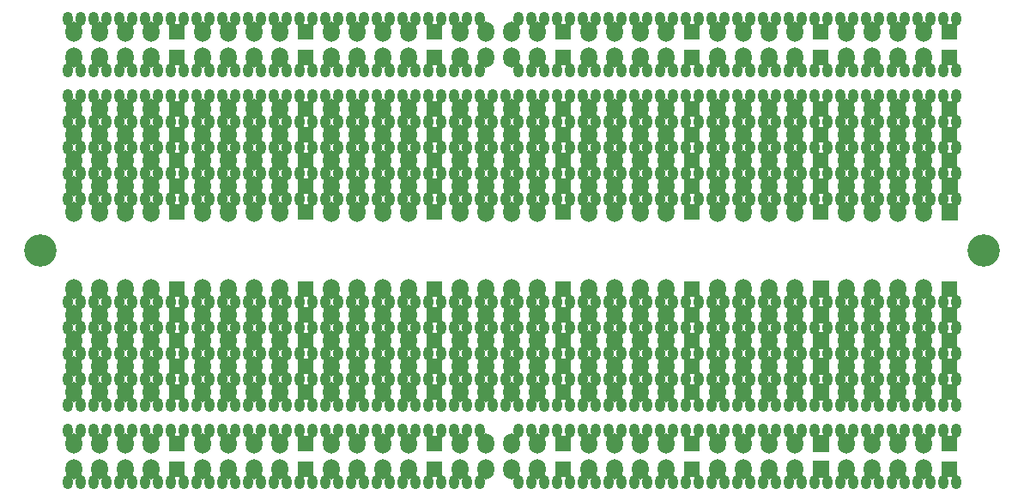
<source format=gbs>
%FSLAX34Y34*%
G04 Gerber Fmt 3.4, Leading zero omitted, Abs format*
G04 (created by PCBNEW (2014-06-12 BZR 4942)-product) date Sat 14 Jun 2014 04:59:07 AM CEST*
%MOIN*%
G01*
G70*
G90*
G04 APERTURE LIST*
%ADD10C,0.005906*%
%ADD11O,0.039370X0.055118*%
%ADD12O,0.064961X0.078740*%
%ADD13R,0.064961X0.064961*%
%ADD14C,0.125984*%
G04 APERTURE END LIST*
G54D10*
G54D11*
X26500Y-44000D03*
X28000Y-44000D03*
X28500Y-44000D03*
X29000Y-44000D03*
X29500Y-44000D03*
X30000Y-44000D03*
X26500Y-42000D03*
X28000Y-42000D03*
X28500Y-42000D03*
X29000Y-42000D03*
X29500Y-42000D03*
X30000Y-42000D03*
X26500Y-28000D03*
X28000Y-28000D03*
X28500Y-28000D03*
X29000Y-28000D03*
X29500Y-28000D03*
X30000Y-28000D03*
X26500Y-26000D03*
X28000Y-26000D03*
X28500Y-26000D03*
X29000Y-26000D03*
X29500Y-26000D03*
X30000Y-26000D03*
G54D12*
X10750Y-33500D03*
X11750Y-33500D03*
X12750Y-33500D03*
X13750Y-33500D03*
G54D13*
X14750Y-33500D03*
G54D12*
X15750Y-33500D03*
X16750Y-33500D03*
X17750Y-33500D03*
G54D14*
X46062Y-35000D03*
X9448Y-35000D03*
G54D11*
X26500Y-32000D03*
X27000Y-32000D03*
X27500Y-32000D03*
X28000Y-32000D03*
X28500Y-32000D03*
X29000Y-32000D03*
X29500Y-32000D03*
X30000Y-32000D03*
G54D13*
X34750Y-38500D03*
G54D12*
X35750Y-38500D03*
X36750Y-38500D03*
X37750Y-38500D03*
X38750Y-38500D03*
G54D10*
G36*
X39425Y-38824D02*
X39425Y-38175D01*
X40074Y-38175D01*
X40074Y-38824D01*
X39425Y-38824D01*
X39425Y-38824D01*
G37*
G54D12*
X40750Y-38500D03*
X41750Y-38500D03*
X26750Y-38500D03*
X27750Y-38500D03*
X28750Y-38500D03*
G54D13*
X29750Y-38500D03*
G54D12*
X30750Y-38500D03*
X31750Y-38500D03*
X32750Y-38500D03*
X33750Y-38500D03*
X10750Y-40500D03*
X11750Y-40500D03*
X12750Y-40500D03*
X13750Y-40500D03*
G54D13*
X14750Y-40500D03*
G54D12*
X15750Y-40500D03*
X16750Y-40500D03*
X17750Y-40500D03*
G54D13*
X34750Y-31500D03*
G54D12*
X35750Y-31500D03*
X36750Y-31500D03*
X37750Y-31500D03*
X38750Y-31500D03*
G54D13*
X39750Y-31500D03*
G54D12*
X40750Y-31500D03*
X41750Y-31500D03*
X26750Y-30500D03*
X27750Y-30500D03*
X28750Y-30500D03*
G54D13*
X29750Y-30500D03*
G54D12*
X30750Y-30500D03*
X31750Y-30500D03*
X32750Y-30500D03*
X33750Y-30500D03*
X18750Y-30500D03*
G54D13*
X19750Y-30500D03*
G54D12*
X20750Y-30500D03*
X21750Y-30500D03*
X22750Y-30500D03*
X23750Y-30500D03*
G54D13*
X24750Y-30500D03*
G54D12*
X25750Y-30500D03*
X42750Y-32500D03*
X43750Y-32500D03*
G54D10*
G36*
X44425Y-32824D02*
X44425Y-32175D01*
X45074Y-32175D01*
X45074Y-32824D01*
X44425Y-32824D01*
X44425Y-32824D01*
G37*
G54D12*
X42750Y-31500D03*
X43750Y-31500D03*
G54D13*
X44750Y-31500D03*
G54D12*
X42750Y-30500D03*
X43750Y-30500D03*
G54D13*
X44750Y-30500D03*
G54D12*
X42750Y-29500D03*
X43750Y-29500D03*
G54D13*
X44750Y-29500D03*
G54D12*
X42750Y-27500D03*
X43750Y-27500D03*
G54D13*
X44750Y-27500D03*
G54D12*
X42750Y-26500D03*
X43750Y-26500D03*
G54D13*
X44750Y-26500D03*
G54D12*
X42750Y-33500D03*
X43750Y-33500D03*
G54D10*
G36*
X44425Y-33824D02*
X44425Y-33175D01*
X45074Y-33175D01*
X45074Y-33824D01*
X44425Y-33824D01*
X44425Y-33824D01*
G37*
G54D12*
X42750Y-40500D03*
X43750Y-40500D03*
G54D13*
X44750Y-40500D03*
G54D12*
X42750Y-39500D03*
X43750Y-39500D03*
G54D13*
X44750Y-39500D03*
G54D12*
X42750Y-38500D03*
X43750Y-38500D03*
G54D13*
X44750Y-38500D03*
G54D12*
X42750Y-37500D03*
X43750Y-37500D03*
G54D13*
X44750Y-37500D03*
G54D12*
X42750Y-36500D03*
X43750Y-36500D03*
G54D13*
X44750Y-36500D03*
G54D12*
X42750Y-43500D03*
X43750Y-43500D03*
G54D13*
X44750Y-43500D03*
G54D12*
X42750Y-42500D03*
X43750Y-42500D03*
G54D13*
X44750Y-42500D03*
G54D11*
X42500Y-26000D03*
X43000Y-26000D03*
X43500Y-26000D03*
X44000Y-26000D03*
X44500Y-26000D03*
X45000Y-26000D03*
X42500Y-28000D03*
X43000Y-28000D03*
X43500Y-28000D03*
X44000Y-28000D03*
X44500Y-28000D03*
X45000Y-28000D03*
X42500Y-29000D03*
X43000Y-29000D03*
X43500Y-29000D03*
X44000Y-29000D03*
X44500Y-29000D03*
X45000Y-29000D03*
X42500Y-30000D03*
X43000Y-30000D03*
X43500Y-30000D03*
X44000Y-30000D03*
X44500Y-30000D03*
X45000Y-30000D03*
X42500Y-31000D03*
X43000Y-31000D03*
X43500Y-31000D03*
X44000Y-31000D03*
X44500Y-31000D03*
X45000Y-31000D03*
X42500Y-32000D03*
X43000Y-32000D03*
X43500Y-32000D03*
X44000Y-32000D03*
X44500Y-32000D03*
X45000Y-32000D03*
X42500Y-33000D03*
X43000Y-33000D03*
X43500Y-33000D03*
X44000Y-33000D03*
X44500Y-33000D03*
X45000Y-33000D03*
X42500Y-44000D03*
X43000Y-44000D03*
X43500Y-44000D03*
X44000Y-44000D03*
X44500Y-44000D03*
X45000Y-44000D03*
X42500Y-42000D03*
X43000Y-42000D03*
X43500Y-42000D03*
X44000Y-42000D03*
X44500Y-42000D03*
X45000Y-42000D03*
X42500Y-41000D03*
X43000Y-41000D03*
X43500Y-41000D03*
X44000Y-41000D03*
X44500Y-41000D03*
X45000Y-41000D03*
X42500Y-40000D03*
X43000Y-40000D03*
X43500Y-40000D03*
X44000Y-40000D03*
X44500Y-40000D03*
X45000Y-40000D03*
X42500Y-39000D03*
X43000Y-39000D03*
X43500Y-39000D03*
X44000Y-39000D03*
X44500Y-39000D03*
X45000Y-39000D03*
X42500Y-38000D03*
X43000Y-38000D03*
X43500Y-38000D03*
X44000Y-38000D03*
X44500Y-38000D03*
X45000Y-38000D03*
X42500Y-37000D03*
X43000Y-37000D03*
X43500Y-37000D03*
X44000Y-37000D03*
X44500Y-37000D03*
X45000Y-37000D03*
X30500Y-29000D03*
X31000Y-29000D03*
X31500Y-29000D03*
X32000Y-29000D03*
X32500Y-29000D03*
X33000Y-29000D03*
X33500Y-29000D03*
X34000Y-29000D03*
G54D12*
X26750Y-33500D03*
X27750Y-33500D03*
X28750Y-33500D03*
G54D13*
X29750Y-33500D03*
G54D12*
X30750Y-33500D03*
X31750Y-33500D03*
X32750Y-33500D03*
X33750Y-33500D03*
X26750Y-29500D03*
X27750Y-29500D03*
X28750Y-29500D03*
G54D13*
X29750Y-29500D03*
G54D12*
X30750Y-29500D03*
X31750Y-29500D03*
X32750Y-29500D03*
X33750Y-29500D03*
X26750Y-31500D03*
X27750Y-31500D03*
X28750Y-31500D03*
G54D13*
X29750Y-31500D03*
G54D12*
X30750Y-31500D03*
X31750Y-31500D03*
X32750Y-31500D03*
X33750Y-31500D03*
X26750Y-32500D03*
X27750Y-32500D03*
X28750Y-32500D03*
G54D13*
X29750Y-32500D03*
G54D12*
X30750Y-32500D03*
X31750Y-32500D03*
X32750Y-32500D03*
X33750Y-32500D03*
X26750Y-36500D03*
X27750Y-36500D03*
X28750Y-36500D03*
G54D13*
X29750Y-36500D03*
G54D12*
X30750Y-36500D03*
X31750Y-36500D03*
X32750Y-36500D03*
X33750Y-36500D03*
X26750Y-40500D03*
X27750Y-40500D03*
X28750Y-40500D03*
G54D13*
X29750Y-40500D03*
G54D12*
X30750Y-40500D03*
X31750Y-40500D03*
X32750Y-40500D03*
X33750Y-40500D03*
X26750Y-39500D03*
X27750Y-39500D03*
X28750Y-39500D03*
G54D13*
X29750Y-39500D03*
G54D12*
X30750Y-39500D03*
X31750Y-39500D03*
X32750Y-39500D03*
X33750Y-39500D03*
X26750Y-37500D03*
X27750Y-37500D03*
X28750Y-37500D03*
G54D13*
X29750Y-37500D03*
G54D12*
X30750Y-37500D03*
X31750Y-37500D03*
X32750Y-37500D03*
X33750Y-37500D03*
G54D11*
X26500Y-29000D03*
X27000Y-29000D03*
X27500Y-29000D03*
X28000Y-29000D03*
X28500Y-29000D03*
X29000Y-29000D03*
X29500Y-29000D03*
X30000Y-29000D03*
X26500Y-30000D03*
X27000Y-30000D03*
X27500Y-30000D03*
X28000Y-30000D03*
X28500Y-30000D03*
X29000Y-30000D03*
X29500Y-30000D03*
X30000Y-30000D03*
X26500Y-31000D03*
X27000Y-31000D03*
X27500Y-31000D03*
X28000Y-31000D03*
X28500Y-31000D03*
X29000Y-31000D03*
X29500Y-31000D03*
X30000Y-31000D03*
X26500Y-33000D03*
X27000Y-33000D03*
X27500Y-33000D03*
X28000Y-33000D03*
X28500Y-33000D03*
X29000Y-33000D03*
X29500Y-33000D03*
X30000Y-33000D03*
X26500Y-37000D03*
X27000Y-37000D03*
X27500Y-37000D03*
X28000Y-37000D03*
X28500Y-37000D03*
X29000Y-37000D03*
X29500Y-37000D03*
X30000Y-37000D03*
X26500Y-38000D03*
X27000Y-38000D03*
X27500Y-38000D03*
X28000Y-38000D03*
X28500Y-38000D03*
X29000Y-38000D03*
X29500Y-38000D03*
X30000Y-38000D03*
X26500Y-39000D03*
X27000Y-39000D03*
X27500Y-39000D03*
X28000Y-39000D03*
X28500Y-39000D03*
X29000Y-39000D03*
X29500Y-39000D03*
X30000Y-39000D03*
X26500Y-40000D03*
X27000Y-40000D03*
X27500Y-40000D03*
X28000Y-40000D03*
X28500Y-40000D03*
X29000Y-40000D03*
X29500Y-40000D03*
X30000Y-40000D03*
X26500Y-41000D03*
X27000Y-41000D03*
X27500Y-41000D03*
X28000Y-41000D03*
X28500Y-41000D03*
X29000Y-41000D03*
X29500Y-41000D03*
X30000Y-41000D03*
X30500Y-30000D03*
X31000Y-30000D03*
X31500Y-30000D03*
X32000Y-30000D03*
X32500Y-30000D03*
X33000Y-30000D03*
X33500Y-30000D03*
X34000Y-30000D03*
X30500Y-31000D03*
X31000Y-31000D03*
X31500Y-31000D03*
X32000Y-31000D03*
X32500Y-31000D03*
X33000Y-31000D03*
X33500Y-31000D03*
X34000Y-31000D03*
X30500Y-32000D03*
X31000Y-32000D03*
X31500Y-32000D03*
X32000Y-32000D03*
X32500Y-32000D03*
X33000Y-32000D03*
X33500Y-32000D03*
X34000Y-32000D03*
X30500Y-33000D03*
X31000Y-33000D03*
X31500Y-33000D03*
X32000Y-33000D03*
X32500Y-33000D03*
X33000Y-33000D03*
X33500Y-33000D03*
X34000Y-33000D03*
X30500Y-41000D03*
X31000Y-41000D03*
X31500Y-41000D03*
X32000Y-41000D03*
X32500Y-41000D03*
X33000Y-41000D03*
X33500Y-41000D03*
X34000Y-41000D03*
X30500Y-40000D03*
X31000Y-40000D03*
X31500Y-40000D03*
X32000Y-40000D03*
X32500Y-40000D03*
X33000Y-40000D03*
X33500Y-40000D03*
X34000Y-40000D03*
X30500Y-39000D03*
X31000Y-39000D03*
X31500Y-39000D03*
X32000Y-39000D03*
X32500Y-39000D03*
X33000Y-39000D03*
X33500Y-39000D03*
X34000Y-39000D03*
X30500Y-38000D03*
X31000Y-38000D03*
X31500Y-38000D03*
X32000Y-38000D03*
X32500Y-38000D03*
X33000Y-38000D03*
X33500Y-38000D03*
X34000Y-38000D03*
X30500Y-37000D03*
X31000Y-37000D03*
X31500Y-37000D03*
X32000Y-37000D03*
X32500Y-37000D03*
X33000Y-37000D03*
X33500Y-37000D03*
X34000Y-37000D03*
X30500Y-42000D03*
X31000Y-42000D03*
X31500Y-42000D03*
X32000Y-42000D03*
X32500Y-42000D03*
X33000Y-42000D03*
X33500Y-42000D03*
X34000Y-42000D03*
G54D12*
X26750Y-42500D03*
X27750Y-42500D03*
X28750Y-42500D03*
G54D13*
X29750Y-42500D03*
G54D12*
X30750Y-42500D03*
X31750Y-42500D03*
X32750Y-42500D03*
X33750Y-42500D03*
X26750Y-43500D03*
X27750Y-43500D03*
X28750Y-43500D03*
G54D13*
X29750Y-43500D03*
G54D12*
X30750Y-43500D03*
X31750Y-43500D03*
X32750Y-43500D03*
X33750Y-43500D03*
G54D11*
X30500Y-44000D03*
X31000Y-44000D03*
X31500Y-44000D03*
X32000Y-44000D03*
X32500Y-44000D03*
X33000Y-44000D03*
X33500Y-44000D03*
X34000Y-44000D03*
X30500Y-28000D03*
X31000Y-28000D03*
X31500Y-28000D03*
X32000Y-28000D03*
X32500Y-28000D03*
X33000Y-28000D03*
X33500Y-28000D03*
X34000Y-28000D03*
G54D12*
X26750Y-27500D03*
X27750Y-27500D03*
X28750Y-27500D03*
G54D13*
X29750Y-27500D03*
G54D12*
X30750Y-27500D03*
X31750Y-27500D03*
X32750Y-27500D03*
X33750Y-27500D03*
X26750Y-26500D03*
X27750Y-26500D03*
X28750Y-26500D03*
G54D13*
X29750Y-26500D03*
G54D12*
X30750Y-26500D03*
X31750Y-26500D03*
X32750Y-26500D03*
X33750Y-26500D03*
G54D11*
X30500Y-26000D03*
X31000Y-26000D03*
X31500Y-26000D03*
X32000Y-26000D03*
X32500Y-26000D03*
X33000Y-26000D03*
X33500Y-26000D03*
X34000Y-26000D03*
X34500Y-26000D03*
X35000Y-26000D03*
X35500Y-26000D03*
X36000Y-26000D03*
X36500Y-26000D03*
X37000Y-26000D03*
X37500Y-26000D03*
X38000Y-26000D03*
X38500Y-26000D03*
X39000Y-26000D03*
X39500Y-26000D03*
X40000Y-26000D03*
X40500Y-26000D03*
X41000Y-26000D03*
X41500Y-26000D03*
X42000Y-26000D03*
G54D13*
X34750Y-26500D03*
G54D12*
X35750Y-26500D03*
X36750Y-26500D03*
X37750Y-26500D03*
X38750Y-26500D03*
G54D13*
X39750Y-26500D03*
G54D12*
X40750Y-26500D03*
X41750Y-26500D03*
G54D13*
X34750Y-27500D03*
G54D12*
X35750Y-27500D03*
X36750Y-27500D03*
X37750Y-27500D03*
X38750Y-27500D03*
G54D13*
X39750Y-27500D03*
G54D12*
X40750Y-27500D03*
X41750Y-27500D03*
G54D11*
X38500Y-28000D03*
X39000Y-28000D03*
X39500Y-28000D03*
X40000Y-28000D03*
X40500Y-28000D03*
X41000Y-28000D03*
X41500Y-28000D03*
X42000Y-28000D03*
X34500Y-28000D03*
X35000Y-28000D03*
X35500Y-28000D03*
X36000Y-28000D03*
X36500Y-28000D03*
X37000Y-28000D03*
X37500Y-28000D03*
X38000Y-28000D03*
X34500Y-44000D03*
X35000Y-44000D03*
X35500Y-44000D03*
X36000Y-44000D03*
X36500Y-44000D03*
X37000Y-44000D03*
X37500Y-44000D03*
X38000Y-44000D03*
X38500Y-44000D03*
X39000Y-44000D03*
X39500Y-44000D03*
X40000Y-44000D03*
X40500Y-44000D03*
X41000Y-44000D03*
X41500Y-44000D03*
X42000Y-44000D03*
G54D13*
X34750Y-43500D03*
G54D12*
X35750Y-43500D03*
X36750Y-43500D03*
X37750Y-43500D03*
X38750Y-43500D03*
G54D10*
G36*
X39425Y-43824D02*
X39425Y-43175D01*
X40074Y-43175D01*
X40074Y-43824D01*
X39425Y-43824D01*
X39425Y-43824D01*
G37*
G54D12*
X40750Y-43500D03*
X41750Y-43500D03*
G54D13*
X34750Y-42500D03*
G54D12*
X35750Y-42500D03*
X36750Y-42500D03*
X37750Y-42500D03*
X38750Y-42500D03*
G54D10*
G36*
X39425Y-42824D02*
X39425Y-42175D01*
X40074Y-42175D01*
X40074Y-42824D01*
X39425Y-42824D01*
X39425Y-42824D01*
G37*
G54D12*
X40750Y-42500D03*
X41750Y-42500D03*
G54D11*
X38500Y-42000D03*
X39000Y-42000D03*
X39500Y-42000D03*
X40000Y-42000D03*
X40500Y-42000D03*
X41000Y-42000D03*
X41500Y-42000D03*
X42000Y-42000D03*
X34500Y-42000D03*
X35000Y-42000D03*
X35500Y-42000D03*
X36000Y-42000D03*
X36500Y-42000D03*
X37000Y-42000D03*
X37500Y-42000D03*
X38000Y-42000D03*
X38500Y-37000D03*
X39000Y-37000D03*
X39500Y-37000D03*
X40000Y-37000D03*
X40500Y-37000D03*
X41000Y-37000D03*
X41500Y-37000D03*
X42000Y-37000D03*
X38500Y-38000D03*
X39000Y-38000D03*
X39500Y-38000D03*
X40000Y-38000D03*
X40500Y-38000D03*
X41000Y-38000D03*
X41500Y-38000D03*
X42000Y-38000D03*
X38500Y-39000D03*
X39000Y-39000D03*
X39500Y-39000D03*
X40000Y-39000D03*
X40500Y-39000D03*
X41000Y-39000D03*
X41500Y-39000D03*
X42000Y-39000D03*
X38500Y-40000D03*
X39000Y-40000D03*
X39500Y-40000D03*
X40000Y-40000D03*
X40500Y-40000D03*
X41000Y-40000D03*
X41500Y-40000D03*
X42000Y-40000D03*
X38500Y-41000D03*
X39000Y-41000D03*
X39500Y-41000D03*
X40000Y-41000D03*
X40500Y-41000D03*
X41000Y-41000D03*
X41500Y-41000D03*
X42000Y-41000D03*
X38500Y-33000D03*
X39000Y-33000D03*
X39500Y-33000D03*
X40000Y-33000D03*
X40500Y-33000D03*
X41000Y-33000D03*
X41500Y-33000D03*
X42000Y-33000D03*
X38500Y-32000D03*
X39000Y-32000D03*
X39500Y-32000D03*
X40000Y-32000D03*
X40500Y-32000D03*
X41000Y-32000D03*
X41500Y-32000D03*
X42000Y-32000D03*
X38500Y-31000D03*
X39000Y-31000D03*
X39500Y-31000D03*
X40000Y-31000D03*
X40500Y-31000D03*
X41000Y-31000D03*
X41500Y-31000D03*
X42000Y-31000D03*
X38500Y-30000D03*
X39000Y-30000D03*
X39500Y-30000D03*
X40000Y-30000D03*
X40500Y-30000D03*
X41000Y-30000D03*
X41500Y-30000D03*
X42000Y-30000D03*
X34500Y-41000D03*
X35000Y-41000D03*
X35500Y-41000D03*
X36000Y-41000D03*
X36500Y-41000D03*
X37000Y-41000D03*
X37500Y-41000D03*
X38000Y-41000D03*
X34500Y-40000D03*
X35000Y-40000D03*
X35500Y-40000D03*
X36000Y-40000D03*
X36500Y-40000D03*
X37000Y-40000D03*
X37500Y-40000D03*
X38000Y-40000D03*
X34500Y-39000D03*
X35000Y-39000D03*
X35500Y-39000D03*
X36000Y-39000D03*
X36500Y-39000D03*
X37000Y-39000D03*
X37500Y-39000D03*
X38000Y-39000D03*
X34500Y-38000D03*
X35000Y-38000D03*
X35500Y-38000D03*
X36000Y-38000D03*
X36500Y-38000D03*
X37000Y-38000D03*
X37500Y-38000D03*
X38000Y-38000D03*
X34500Y-37000D03*
X35000Y-37000D03*
X35500Y-37000D03*
X36000Y-37000D03*
X36500Y-37000D03*
X37000Y-37000D03*
X37500Y-37000D03*
X38000Y-37000D03*
X34500Y-33000D03*
X35000Y-33000D03*
X35500Y-33000D03*
X36000Y-33000D03*
X36500Y-33000D03*
X37000Y-33000D03*
X37500Y-33000D03*
X38000Y-33000D03*
X34500Y-32000D03*
X35000Y-32000D03*
X35500Y-32000D03*
X36000Y-32000D03*
X36500Y-32000D03*
X37000Y-32000D03*
X37500Y-32000D03*
X38000Y-32000D03*
X34500Y-31000D03*
X35000Y-31000D03*
X35500Y-31000D03*
X36000Y-31000D03*
X36500Y-31000D03*
X37000Y-31000D03*
X37500Y-31000D03*
X38000Y-31000D03*
X34500Y-30000D03*
X35000Y-30000D03*
X35500Y-30000D03*
X36000Y-30000D03*
X36500Y-30000D03*
X37000Y-30000D03*
X37500Y-30000D03*
X38000Y-30000D03*
X34500Y-29000D03*
X35000Y-29000D03*
X35500Y-29000D03*
X36000Y-29000D03*
X36500Y-29000D03*
X37000Y-29000D03*
X37500Y-29000D03*
X38000Y-29000D03*
G54D13*
X34750Y-37500D03*
G54D12*
X35750Y-37500D03*
X36750Y-37500D03*
X37750Y-37500D03*
X38750Y-37500D03*
G54D10*
G36*
X39425Y-37824D02*
X39425Y-37175D01*
X40074Y-37175D01*
X40074Y-37824D01*
X39425Y-37824D01*
X39425Y-37824D01*
G37*
G54D12*
X40750Y-37500D03*
X41750Y-37500D03*
G54D13*
X34750Y-39500D03*
G54D12*
X35750Y-39500D03*
X36750Y-39500D03*
X37750Y-39500D03*
X38750Y-39500D03*
G54D10*
G36*
X39425Y-39824D02*
X39425Y-39175D01*
X40074Y-39175D01*
X40074Y-39824D01*
X39425Y-39824D01*
X39425Y-39824D01*
G37*
G54D12*
X40750Y-39500D03*
X41750Y-39500D03*
G54D13*
X34750Y-40500D03*
G54D12*
X35750Y-40500D03*
X36750Y-40500D03*
X37750Y-40500D03*
X38750Y-40500D03*
G54D10*
G36*
X39425Y-40824D02*
X39425Y-40175D01*
X40074Y-40175D01*
X40074Y-40824D01*
X39425Y-40824D01*
X39425Y-40824D01*
G37*
G54D12*
X40750Y-40500D03*
X41750Y-40500D03*
G54D13*
X34750Y-36500D03*
G54D12*
X35750Y-36500D03*
X36750Y-36500D03*
X37750Y-36500D03*
X38750Y-36500D03*
G54D10*
G36*
X39425Y-36824D02*
X39425Y-36175D01*
X40074Y-36175D01*
X40074Y-36824D01*
X39425Y-36824D01*
X39425Y-36824D01*
G37*
G54D12*
X40750Y-36500D03*
X41750Y-36500D03*
G54D13*
X34750Y-32500D03*
G54D12*
X35750Y-32500D03*
X36750Y-32500D03*
X37750Y-32500D03*
X38750Y-32500D03*
G54D13*
X39750Y-32500D03*
G54D12*
X40750Y-32500D03*
X41750Y-32500D03*
G54D13*
X34750Y-30500D03*
G54D12*
X35750Y-30500D03*
X36750Y-30500D03*
X37750Y-30500D03*
X38750Y-30500D03*
G54D13*
X39750Y-30500D03*
G54D12*
X40750Y-30500D03*
X41750Y-30500D03*
G54D13*
X34750Y-29500D03*
G54D12*
X35750Y-29500D03*
X36750Y-29500D03*
X37750Y-29500D03*
X38750Y-29500D03*
G54D13*
X39750Y-29500D03*
G54D12*
X40750Y-29500D03*
X41750Y-29500D03*
G54D13*
X34750Y-33500D03*
G54D12*
X35750Y-33500D03*
X36750Y-33500D03*
X37750Y-33500D03*
X38750Y-33500D03*
G54D13*
X39750Y-33500D03*
G54D12*
X40750Y-33500D03*
X41750Y-33500D03*
G54D11*
X38500Y-29000D03*
X39000Y-29000D03*
X39500Y-29000D03*
X40000Y-29000D03*
X40500Y-29000D03*
X41000Y-29000D03*
X41500Y-29000D03*
X42000Y-29000D03*
X22500Y-29000D03*
X23000Y-29000D03*
X23500Y-29000D03*
X24000Y-29000D03*
X24500Y-29000D03*
X25000Y-29000D03*
X25500Y-29000D03*
X26000Y-29000D03*
G54D12*
X18750Y-33500D03*
G54D13*
X19750Y-33500D03*
G54D12*
X20750Y-33500D03*
X21750Y-33500D03*
X22750Y-33500D03*
X23750Y-33500D03*
G54D13*
X24750Y-33500D03*
G54D12*
X25750Y-33500D03*
X18750Y-29500D03*
G54D13*
X19750Y-29500D03*
G54D12*
X20750Y-29500D03*
X21750Y-29500D03*
X22750Y-29500D03*
X23750Y-29500D03*
G54D13*
X24750Y-29500D03*
G54D12*
X25750Y-29500D03*
X18750Y-31500D03*
G54D13*
X19750Y-31500D03*
G54D12*
X20750Y-31500D03*
X21750Y-31500D03*
X22750Y-31500D03*
X23750Y-31500D03*
G54D13*
X24750Y-31500D03*
G54D12*
X25750Y-31500D03*
X18750Y-32500D03*
G54D13*
X19750Y-32500D03*
G54D12*
X20750Y-32500D03*
X21750Y-32500D03*
X22750Y-32500D03*
X23750Y-32500D03*
G54D13*
X24750Y-32500D03*
G54D12*
X25750Y-32500D03*
X18750Y-36500D03*
G54D13*
X19750Y-36500D03*
G54D12*
X20750Y-36500D03*
X21750Y-36500D03*
X22750Y-36500D03*
X23750Y-36500D03*
G54D13*
X24750Y-36500D03*
G54D12*
X25750Y-36500D03*
X18750Y-40500D03*
G54D13*
X19750Y-40500D03*
G54D12*
X20750Y-40500D03*
X21750Y-40500D03*
X22750Y-40500D03*
X23750Y-40500D03*
G54D13*
X24750Y-40500D03*
G54D12*
X25750Y-40500D03*
X18750Y-39500D03*
G54D13*
X19750Y-39500D03*
G54D12*
X20750Y-39500D03*
X21750Y-39500D03*
X22750Y-39500D03*
X23750Y-39500D03*
G54D13*
X24750Y-39500D03*
G54D12*
X25750Y-39500D03*
X18750Y-38500D03*
G54D13*
X19750Y-38500D03*
G54D12*
X20750Y-38500D03*
X21750Y-38500D03*
X22750Y-38500D03*
X23750Y-38500D03*
G54D13*
X24750Y-38500D03*
G54D12*
X25750Y-38500D03*
X18750Y-37500D03*
G54D13*
X19750Y-37500D03*
G54D12*
X20750Y-37500D03*
X21750Y-37500D03*
X22750Y-37500D03*
X23750Y-37500D03*
G54D13*
X24750Y-37500D03*
G54D12*
X25750Y-37500D03*
G54D11*
X18500Y-29000D03*
X19000Y-29000D03*
X19500Y-29000D03*
X20000Y-29000D03*
X20500Y-29000D03*
X21000Y-29000D03*
X21500Y-29000D03*
X22000Y-29000D03*
X18500Y-30000D03*
X19000Y-30000D03*
X19500Y-30000D03*
X20000Y-30000D03*
X20500Y-30000D03*
X21000Y-30000D03*
X21500Y-30000D03*
X22000Y-30000D03*
X18500Y-31000D03*
X19000Y-31000D03*
X19500Y-31000D03*
X20000Y-31000D03*
X20500Y-31000D03*
X21000Y-31000D03*
X21500Y-31000D03*
X22000Y-31000D03*
X18500Y-32000D03*
X19000Y-32000D03*
X19500Y-32000D03*
X20000Y-32000D03*
X20500Y-32000D03*
X21000Y-32000D03*
X21500Y-32000D03*
X22000Y-32000D03*
X18500Y-33000D03*
X19000Y-33000D03*
X19500Y-33000D03*
X20000Y-33000D03*
X20500Y-33000D03*
X21000Y-33000D03*
X21500Y-33000D03*
X22000Y-33000D03*
X18500Y-37000D03*
X19000Y-37000D03*
X19500Y-37000D03*
X20000Y-37000D03*
X20500Y-37000D03*
X21000Y-37000D03*
X21500Y-37000D03*
X22000Y-37000D03*
X18500Y-38000D03*
X19000Y-38000D03*
X19500Y-38000D03*
X20000Y-38000D03*
X20500Y-38000D03*
X21000Y-38000D03*
X21500Y-38000D03*
X22000Y-38000D03*
X18500Y-39000D03*
X19000Y-39000D03*
X19500Y-39000D03*
X20000Y-39000D03*
X20500Y-39000D03*
X21000Y-39000D03*
X21500Y-39000D03*
X22000Y-39000D03*
X18500Y-40000D03*
X19000Y-40000D03*
X19500Y-40000D03*
X20000Y-40000D03*
X20500Y-40000D03*
X21000Y-40000D03*
X21500Y-40000D03*
X22000Y-40000D03*
X18500Y-41000D03*
X19000Y-41000D03*
X19500Y-41000D03*
X20000Y-41000D03*
X20500Y-41000D03*
X21000Y-41000D03*
X21500Y-41000D03*
X22000Y-41000D03*
X22500Y-30000D03*
X23000Y-30000D03*
X23500Y-30000D03*
X24000Y-30000D03*
X24500Y-30000D03*
X25000Y-30000D03*
X25500Y-30000D03*
X26000Y-30000D03*
X22500Y-31000D03*
X23000Y-31000D03*
X23500Y-31000D03*
X24000Y-31000D03*
X24500Y-31000D03*
X25000Y-31000D03*
X25500Y-31000D03*
X26000Y-31000D03*
X22500Y-32000D03*
X23000Y-32000D03*
X23500Y-32000D03*
X24000Y-32000D03*
X24500Y-32000D03*
X25000Y-32000D03*
X25500Y-32000D03*
X26000Y-32000D03*
X22500Y-33000D03*
X23000Y-33000D03*
X23500Y-33000D03*
X24000Y-33000D03*
X24500Y-33000D03*
X25000Y-33000D03*
X25500Y-33000D03*
X26000Y-33000D03*
X22500Y-41000D03*
X23000Y-41000D03*
X23500Y-41000D03*
X24000Y-41000D03*
X24500Y-41000D03*
X25000Y-41000D03*
X25500Y-41000D03*
X26000Y-41000D03*
X22500Y-40000D03*
X23000Y-40000D03*
X23500Y-40000D03*
X24000Y-40000D03*
X24500Y-40000D03*
X25000Y-40000D03*
X25500Y-40000D03*
X26000Y-40000D03*
X22500Y-39000D03*
X23000Y-39000D03*
X23500Y-39000D03*
X24000Y-39000D03*
X24500Y-39000D03*
X25000Y-39000D03*
X25500Y-39000D03*
X26000Y-39000D03*
X22500Y-38000D03*
X23000Y-38000D03*
X23500Y-38000D03*
X24000Y-38000D03*
X24500Y-38000D03*
X25000Y-38000D03*
X25500Y-38000D03*
X26000Y-38000D03*
X22500Y-37000D03*
X23000Y-37000D03*
X23500Y-37000D03*
X24000Y-37000D03*
X24500Y-37000D03*
X25000Y-37000D03*
X25500Y-37000D03*
X26000Y-37000D03*
X18500Y-42000D03*
X19000Y-42000D03*
X19500Y-42000D03*
X20000Y-42000D03*
X20500Y-42000D03*
X21000Y-42000D03*
X21500Y-42000D03*
X22000Y-42000D03*
X22500Y-42000D03*
X23000Y-42000D03*
X23500Y-42000D03*
X24000Y-42000D03*
X24500Y-42000D03*
X25000Y-42000D03*
X25500Y-42000D03*
X26000Y-42000D03*
G54D12*
X18750Y-42500D03*
G54D13*
X19750Y-42500D03*
G54D12*
X20750Y-42500D03*
X21750Y-42500D03*
X22750Y-42500D03*
X23750Y-42500D03*
G54D13*
X24750Y-42500D03*
G54D12*
X25750Y-42500D03*
X18750Y-43500D03*
G54D13*
X19750Y-43500D03*
G54D12*
X20750Y-43500D03*
X21750Y-43500D03*
X22750Y-43500D03*
X23750Y-43500D03*
G54D13*
X24750Y-43500D03*
G54D12*
X25750Y-43500D03*
G54D11*
X22500Y-44000D03*
X23000Y-44000D03*
X23500Y-44000D03*
X24000Y-44000D03*
X24500Y-44000D03*
X25000Y-44000D03*
X25500Y-44000D03*
X26000Y-44000D03*
X18500Y-44000D03*
X19000Y-44000D03*
X19500Y-44000D03*
X20000Y-44000D03*
X20500Y-44000D03*
X21000Y-44000D03*
X21500Y-44000D03*
X22000Y-44000D03*
X18500Y-28000D03*
X19000Y-28000D03*
X19500Y-28000D03*
X20000Y-28000D03*
X20500Y-28000D03*
X21000Y-28000D03*
X21500Y-28000D03*
X22000Y-28000D03*
X22500Y-28000D03*
X23000Y-28000D03*
X23500Y-28000D03*
X24000Y-28000D03*
X24500Y-28000D03*
X25000Y-28000D03*
X25500Y-28000D03*
X26000Y-28000D03*
G54D12*
X18750Y-27500D03*
G54D13*
X19750Y-27500D03*
G54D12*
X20750Y-27500D03*
X21750Y-27500D03*
X22750Y-27500D03*
X23750Y-27500D03*
G54D13*
X24750Y-27500D03*
G54D12*
X25750Y-27500D03*
X18750Y-26500D03*
G54D13*
X19750Y-26500D03*
G54D12*
X20750Y-26500D03*
X21750Y-26500D03*
X22750Y-26500D03*
X23750Y-26500D03*
G54D13*
X24750Y-26500D03*
G54D12*
X25750Y-26500D03*
G54D11*
X22500Y-26000D03*
X23000Y-26000D03*
X23500Y-26000D03*
X24000Y-26000D03*
X24500Y-26000D03*
X25000Y-26000D03*
X25500Y-26000D03*
X26000Y-26000D03*
X18500Y-26000D03*
X19000Y-26000D03*
X19500Y-26000D03*
X20000Y-26000D03*
X20500Y-26000D03*
X21000Y-26000D03*
X21500Y-26000D03*
X22000Y-26000D03*
X10500Y-26000D03*
X11000Y-26000D03*
X11500Y-26000D03*
X12000Y-26000D03*
X12500Y-26000D03*
X13000Y-26000D03*
X13500Y-26000D03*
X14000Y-26000D03*
X14500Y-26000D03*
X15000Y-26000D03*
X15500Y-26000D03*
X16000Y-26000D03*
X16500Y-26000D03*
X17000Y-26000D03*
X17500Y-26000D03*
X18000Y-26000D03*
G54D12*
X10750Y-26500D03*
X11750Y-26500D03*
X12750Y-26500D03*
X13750Y-26500D03*
G54D13*
X14750Y-26500D03*
G54D12*
X15750Y-26500D03*
X16750Y-26500D03*
X17750Y-26500D03*
X10750Y-27500D03*
X11750Y-27500D03*
X12750Y-27500D03*
X13750Y-27500D03*
G54D13*
X14750Y-27500D03*
G54D12*
X15750Y-27500D03*
X16750Y-27500D03*
X17750Y-27500D03*
G54D11*
X14500Y-28000D03*
X15000Y-28000D03*
X15500Y-28000D03*
X16000Y-28000D03*
X16500Y-28000D03*
X17000Y-28000D03*
X17500Y-28000D03*
X18000Y-28000D03*
X10500Y-28000D03*
X11000Y-28000D03*
X11500Y-28000D03*
X12000Y-28000D03*
X12500Y-28000D03*
X13000Y-28000D03*
X13500Y-28000D03*
X14000Y-28000D03*
X10500Y-44000D03*
X11000Y-44000D03*
X11500Y-44000D03*
X12000Y-44000D03*
X12500Y-44000D03*
X13000Y-44000D03*
X13500Y-44000D03*
X14000Y-44000D03*
X14500Y-44000D03*
X15000Y-44000D03*
X15500Y-44000D03*
X16000Y-44000D03*
X16500Y-44000D03*
X17000Y-44000D03*
X17500Y-44000D03*
X18000Y-44000D03*
G54D12*
X10750Y-43500D03*
X11750Y-43500D03*
X12750Y-43500D03*
X13750Y-43500D03*
G54D13*
X14750Y-43500D03*
G54D12*
X15750Y-43500D03*
X16750Y-43500D03*
X17750Y-43500D03*
X10750Y-42500D03*
X11750Y-42500D03*
X12750Y-42500D03*
X13750Y-42500D03*
G54D13*
X14750Y-42500D03*
G54D12*
X15750Y-42500D03*
X16750Y-42500D03*
X17750Y-42500D03*
G54D11*
X14500Y-42000D03*
X15000Y-42000D03*
X15500Y-42000D03*
X16000Y-42000D03*
X16500Y-42000D03*
X17000Y-42000D03*
X17500Y-42000D03*
X18000Y-42000D03*
X10500Y-42000D03*
X11000Y-42000D03*
X11500Y-42000D03*
X12000Y-42000D03*
X12500Y-42000D03*
X13000Y-42000D03*
X13500Y-42000D03*
X14000Y-42000D03*
X14500Y-37000D03*
X15000Y-37000D03*
X15500Y-37000D03*
X16000Y-37000D03*
X16500Y-37000D03*
X17000Y-37000D03*
X17500Y-37000D03*
X18000Y-37000D03*
X14500Y-38000D03*
X15000Y-38000D03*
X15500Y-38000D03*
X16000Y-38000D03*
X16500Y-38000D03*
X17000Y-38000D03*
X17500Y-38000D03*
X18000Y-38000D03*
X14500Y-39000D03*
X15000Y-39000D03*
X15500Y-39000D03*
X16000Y-39000D03*
X16500Y-39000D03*
X17000Y-39000D03*
X17500Y-39000D03*
X18000Y-39000D03*
X14500Y-40000D03*
X15000Y-40000D03*
X15500Y-40000D03*
X16000Y-40000D03*
X16500Y-40000D03*
X17000Y-40000D03*
X17500Y-40000D03*
X18000Y-40000D03*
X14500Y-41000D03*
X15000Y-41000D03*
X15500Y-41000D03*
X16000Y-41000D03*
X16500Y-41000D03*
X17000Y-41000D03*
X17500Y-41000D03*
X18000Y-41000D03*
X14500Y-33000D03*
X15000Y-33000D03*
X15500Y-33000D03*
X16000Y-33000D03*
X16500Y-33000D03*
X17000Y-33000D03*
X17500Y-33000D03*
X18000Y-33000D03*
X14500Y-32000D03*
X15000Y-32000D03*
X15500Y-32000D03*
X16000Y-32000D03*
X16500Y-32000D03*
X17000Y-32000D03*
X17500Y-32000D03*
X18000Y-32000D03*
X14500Y-31000D03*
X15000Y-31000D03*
X15500Y-31000D03*
X16000Y-31000D03*
X16500Y-31000D03*
X17000Y-31000D03*
X17500Y-31000D03*
X18000Y-31000D03*
X14500Y-30000D03*
X15000Y-30000D03*
X15500Y-30000D03*
X16000Y-30000D03*
X16500Y-30000D03*
X17000Y-30000D03*
X17500Y-30000D03*
X18000Y-30000D03*
X10500Y-41000D03*
X11000Y-41000D03*
X11500Y-41000D03*
X12000Y-41000D03*
X12500Y-41000D03*
X13000Y-41000D03*
X13500Y-41000D03*
X14000Y-41000D03*
X10500Y-40000D03*
X11000Y-40000D03*
X11500Y-40000D03*
X12000Y-40000D03*
X12500Y-40000D03*
X13000Y-40000D03*
X13500Y-40000D03*
X14000Y-40000D03*
X10500Y-39000D03*
X11000Y-39000D03*
X11500Y-39000D03*
X12000Y-39000D03*
X12500Y-39000D03*
X13000Y-39000D03*
X13500Y-39000D03*
X14000Y-39000D03*
X10500Y-38000D03*
X11000Y-38000D03*
X11500Y-38000D03*
X12000Y-38000D03*
X12500Y-38000D03*
X13000Y-38000D03*
X13500Y-38000D03*
X14000Y-38000D03*
X10500Y-37000D03*
X11000Y-37000D03*
X11500Y-37000D03*
X12000Y-37000D03*
X12500Y-37000D03*
X13000Y-37000D03*
X13500Y-37000D03*
X14000Y-37000D03*
X10500Y-33000D03*
X11000Y-33000D03*
X11500Y-33000D03*
X12000Y-33000D03*
X12500Y-33000D03*
X13000Y-33000D03*
X13500Y-33000D03*
X14000Y-33000D03*
X10500Y-32000D03*
X11000Y-32000D03*
X11500Y-32000D03*
X12000Y-32000D03*
X12500Y-32000D03*
X13000Y-32000D03*
X13500Y-32000D03*
X14000Y-32000D03*
X10500Y-31000D03*
X11000Y-31000D03*
X11500Y-31000D03*
X12000Y-31000D03*
X12500Y-31000D03*
X13000Y-31000D03*
X13500Y-31000D03*
X14000Y-31000D03*
X10500Y-30000D03*
X11000Y-30000D03*
X11500Y-30000D03*
X12000Y-30000D03*
X12500Y-30000D03*
X13000Y-30000D03*
X13500Y-30000D03*
X14000Y-30000D03*
X10500Y-29000D03*
X11000Y-29000D03*
X11500Y-29000D03*
X12000Y-29000D03*
X12500Y-29000D03*
X13000Y-29000D03*
X13500Y-29000D03*
X14000Y-29000D03*
G54D12*
X10750Y-37500D03*
X11750Y-37500D03*
X12750Y-37500D03*
X13750Y-37500D03*
G54D13*
X14750Y-37500D03*
G54D12*
X15750Y-37500D03*
X16750Y-37500D03*
X17750Y-37500D03*
X10750Y-38500D03*
X11750Y-38500D03*
X12750Y-38500D03*
X13750Y-38500D03*
G54D13*
X14750Y-38500D03*
G54D12*
X15750Y-38500D03*
X16750Y-38500D03*
X17750Y-38500D03*
X10750Y-39500D03*
X11750Y-39500D03*
X12750Y-39500D03*
X13750Y-39500D03*
G54D13*
X14750Y-39500D03*
G54D12*
X15750Y-39500D03*
X16750Y-39500D03*
X17750Y-39500D03*
X10750Y-36500D03*
X11750Y-36500D03*
X12750Y-36500D03*
X13750Y-36500D03*
G54D13*
X14750Y-36500D03*
G54D12*
X15750Y-36500D03*
X16750Y-36500D03*
X17750Y-36500D03*
X10750Y-32500D03*
X11750Y-32500D03*
X12750Y-32500D03*
X13750Y-32500D03*
G54D13*
X14750Y-32500D03*
G54D12*
X15750Y-32500D03*
X16750Y-32500D03*
X17750Y-32500D03*
X10750Y-31500D03*
X11750Y-31500D03*
X12750Y-31500D03*
X13750Y-31500D03*
G54D13*
X14750Y-31500D03*
G54D12*
X15750Y-31500D03*
X16750Y-31500D03*
X17750Y-31500D03*
X10750Y-30500D03*
X11750Y-30500D03*
X12750Y-30500D03*
X13750Y-30500D03*
G54D13*
X14750Y-30500D03*
G54D12*
X15750Y-30500D03*
X16750Y-30500D03*
X17750Y-30500D03*
X10750Y-29500D03*
X11750Y-29500D03*
X12750Y-29500D03*
X13750Y-29500D03*
G54D13*
X14750Y-29500D03*
G54D12*
X15750Y-29500D03*
X16750Y-29500D03*
X17750Y-29500D03*
G54D11*
X14500Y-29000D03*
X15000Y-29000D03*
X15500Y-29000D03*
X16000Y-29000D03*
X16500Y-29000D03*
X17000Y-29000D03*
X17500Y-29000D03*
X18000Y-29000D03*
M02*

</source>
